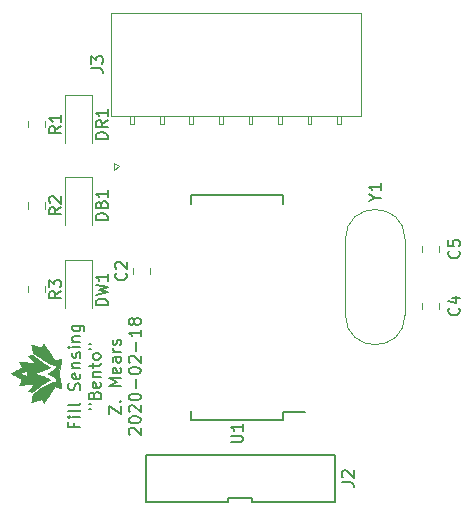
<source format=gbr>
G04 #@! TF.GenerationSoftware,KiCad,Pcbnew,(5.0.1)-3*
G04 #@! TF.CreationDate,2020-02-22T10:46:56-05:00*
G04 #@! TF.ProjectId,fill_sensing,66696C6C5F73656E73696E672E6B6963,rev?*
G04 #@! TF.SameCoordinates,Original*
G04 #@! TF.FileFunction,Legend,Top*
G04 #@! TF.FilePolarity,Positive*
%FSLAX46Y46*%
G04 Gerber Fmt 4.6, Leading zero omitted, Abs format (unit mm)*
G04 Created by KiCad (PCBNEW (5.0.1)-3) date 2020-02-22 10:46:56 AM*
%MOMM*%
%LPD*%
G01*
G04 APERTURE LIST*
%ADD10C,0.177800*%
%ADD11C,0.120000*%
%ADD12C,0.150000*%
%ADD13C,0.010000*%
G04 APERTURE END LIST*
D10*
X106848728Y-99979238D02*
X106848728Y-100317904D01*
X107380919Y-100317904D02*
X106364919Y-100317904D01*
X106364919Y-99834095D01*
X107380919Y-99447047D02*
X106703585Y-99447047D01*
X106364919Y-99447047D02*
X106413300Y-99495428D01*
X106461680Y-99447047D01*
X106413300Y-99398666D01*
X106364919Y-99447047D01*
X106461680Y-99447047D01*
X107380919Y-98818095D02*
X107332538Y-98914857D01*
X107235776Y-98963238D01*
X106364919Y-98963238D01*
X107380919Y-98285904D02*
X107332538Y-98382666D01*
X107235776Y-98431047D01*
X106364919Y-98431047D01*
X107332538Y-97173142D02*
X107380919Y-97028000D01*
X107380919Y-96786095D01*
X107332538Y-96689333D01*
X107284157Y-96640952D01*
X107187395Y-96592571D01*
X107090633Y-96592571D01*
X106993871Y-96640952D01*
X106945490Y-96689333D01*
X106897109Y-96786095D01*
X106848728Y-96979619D01*
X106800347Y-97076380D01*
X106751966Y-97124761D01*
X106655204Y-97173142D01*
X106558442Y-97173142D01*
X106461680Y-97124761D01*
X106413300Y-97076380D01*
X106364919Y-96979619D01*
X106364919Y-96737714D01*
X106413300Y-96592571D01*
X107332538Y-95770095D02*
X107380919Y-95866857D01*
X107380919Y-96060380D01*
X107332538Y-96157142D01*
X107235776Y-96205523D01*
X106848728Y-96205523D01*
X106751966Y-96157142D01*
X106703585Y-96060380D01*
X106703585Y-95866857D01*
X106751966Y-95770095D01*
X106848728Y-95721714D01*
X106945490Y-95721714D01*
X107042252Y-96205523D01*
X106703585Y-95286285D02*
X107380919Y-95286285D01*
X106800347Y-95286285D02*
X106751966Y-95237904D01*
X106703585Y-95141142D01*
X106703585Y-94996000D01*
X106751966Y-94899238D01*
X106848728Y-94850857D01*
X107380919Y-94850857D01*
X107332538Y-94415428D02*
X107380919Y-94318666D01*
X107380919Y-94125142D01*
X107332538Y-94028380D01*
X107235776Y-93980000D01*
X107187395Y-93980000D01*
X107090633Y-94028380D01*
X107042252Y-94125142D01*
X107042252Y-94270285D01*
X106993871Y-94367047D01*
X106897109Y-94415428D01*
X106848728Y-94415428D01*
X106751966Y-94367047D01*
X106703585Y-94270285D01*
X106703585Y-94125142D01*
X106751966Y-94028380D01*
X107380919Y-93544571D02*
X106703585Y-93544571D01*
X106364919Y-93544571D02*
X106413300Y-93592952D01*
X106461680Y-93544571D01*
X106413300Y-93496190D01*
X106364919Y-93544571D01*
X106461680Y-93544571D01*
X106703585Y-93060761D02*
X107380919Y-93060761D01*
X106800347Y-93060761D02*
X106751966Y-93012380D01*
X106703585Y-92915619D01*
X106703585Y-92770476D01*
X106751966Y-92673714D01*
X106848728Y-92625333D01*
X107380919Y-92625333D01*
X106703585Y-91706095D02*
X107526061Y-91706095D01*
X107622823Y-91754476D01*
X107671204Y-91802857D01*
X107719585Y-91899619D01*
X107719585Y-92044761D01*
X107671204Y-92141523D01*
X107332538Y-91706095D02*
X107380919Y-91802857D01*
X107380919Y-91996380D01*
X107332538Y-92093142D01*
X107284157Y-92141523D01*
X107187395Y-92189904D01*
X106897109Y-92189904D01*
X106800347Y-92141523D01*
X106751966Y-92093142D01*
X106703585Y-91996380D01*
X106703585Y-91802857D01*
X106751966Y-91706095D01*
X108066719Y-98745523D02*
X108260242Y-98745523D01*
X108066719Y-98358476D02*
X108260242Y-98358476D01*
X108550528Y-97584380D02*
X108598909Y-97439238D01*
X108647290Y-97390857D01*
X108744052Y-97342476D01*
X108889195Y-97342476D01*
X108985957Y-97390857D01*
X109034338Y-97439238D01*
X109082719Y-97536000D01*
X109082719Y-97923047D01*
X108066719Y-97923047D01*
X108066719Y-97584380D01*
X108115100Y-97487619D01*
X108163480Y-97439238D01*
X108260242Y-97390857D01*
X108357004Y-97390857D01*
X108453766Y-97439238D01*
X108502147Y-97487619D01*
X108550528Y-97584380D01*
X108550528Y-97923047D01*
X109034338Y-96520000D02*
X109082719Y-96616761D01*
X109082719Y-96810285D01*
X109034338Y-96907047D01*
X108937576Y-96955428D01*
X108550528Y-96955428D01*
X108453766Y-96907047D01*
X108405385Y-96810285D01*
X108405385Y-96616761D01*
X108453766Y-96520000D01*
X108550528Y-96471619D01*
X108647290Y-96471619D01*
X108744052Y-96955428D01*
X108405385Y-96036190D02*
X109082719Y-96036190D01*
X108502147Y-96036190D02*
X108453766Y-95987809D01*
X108405385Y-95891047D01*
X108405385Y-95745904D01*
X108453766Y-95649142D01*
X108550528Y-95600761D01*
X109082719Y-95600761D01*
X108405385Y-95262095D02*
X108405385Y-94875047D01*
X108066719Y-95116952D02*
X108937576Y-95116952D01*
X109034338Y-95068571D01*
X109082719Y-94971809D01*
X109082719Y-94875047D01*
X109082719Y-94391238D02*
X109034338Y-94488000D01*
X108985957Y-94536380D01*
X108889195Y-94584761D01*
X108598909Y-94584761D01*
X108502147Y-94536380D01*
X108453766Y-94488000D01*
X108405385Y-94391238D01*
X108405385Y-94246095D01*
X108453766Y-94149333D01*
X108502147Y-94100952D01*
X108598909Y-94052571D01*
X108889195Y-94052571D01*
X108985957Y-94100952D01*
X109034338Y-94149333D01*
X109082719Y-94246095D01*
X109082719Y-94391238D01*
X108066719Y-93665523D02*
X108260242Y-93665523D01*
X108066719Y-93278476D02*
X108260242Y-93278476D01*
X109768519Y-99180952D02*
X109768519Y-98503619D01*
X110784519Y-99180952D01*
X110784519Y-98503619D01*
X110687757Y-98116571D02*
X110736138Y-98068190D01*
X110784519Y-98116571D01*
X110736138Y-98164952D01*
X110687757Y-98116571D01*
X110784519Y-98116571D01*
X110784519Y-96858666D02*
X109768519Y-96858666D01*
X110494233Y-96520000D01*
X109768519Y-96181333D01*
X110784519Y-96181333D01*
X110736138Y-95310476D02*
X110784519Y-95407238D01*
X110784519Y-95600761D01*
X110736138Y-95697523D01*
X110639376Y-95745904D01*
X110252328Y-95745904D01*
X110155566Y-95697523D01*
X110107185Y-95600761D01*
X110107185Y-95407238D01*
X110155566Y-95310476D01*
X110252328Y-95262095D01*
X110349090Y-95262095D01*
X110445852Y-95745904D01*
X110784519Y-94391238D02*
X110252328Y-94391238D01*
X110155566Y-94439619D01*
X110107185Y-94536380D01*
X110107185Y-94729904D01*
X110155566Y-94826666D01*
X110736138Y-94391238D02*
X110784519Y-94488000D01*
X110784519Y-94729904D01*
X110736138Y-94826666D01*
X110639376Y-94875047D01*
X110542614Y-94875047D01*
X110445852Y-94826666D01*
X110397471Y-94729904D01*
X110397471Y-94488000D01*
X110349090Y-94391238D01*
X110784519Y-93907428D02*
X110107185Y-93907428D01*
X110300709Y-93907428D02*
X110203947Y-93859047D01*
X110155566Y-93810666D01*
X110107185Y-93713904D01*
X110107185Y-93617142D01*
X110736138Y-93326857D02*
X110784519Y-93230095D01*
X110784519Y-93036571D01*
X110736138Y-92939809D01*
X110639376Y-92891428D01*
X110590995Y-92891428D01*
X110494233Y-92939809D01*
X110445852Y-93036571D01*
X110445852Y-93181714D01*
X110397471Y-93278476D01*
X110300709Y-93326857D01*
X110252328Y-93326857D01*
X110155566Y-93278476D01*
X110107185Y-93181714D01*
X110107185Y-93036571D01*
X110155566Y-92939809D01*
X111567080Y-100946857D02*
X111518700Y-100898476D01*
X111470319Y-100801714D01*
X111470319Y-100559809D01*
X111518700Y-100463047D01*
X111567080Y-100414666D01*
X111663842Y-100366285D01*
X111760604Y-100366285D01*
X111905747Y-100414666D01*
X112486319Y-100995238D01*
X112486319Y-100366285D01*
X111470319Y-99737333D02*
X111470319Y-99640571D01*
X111518700Y-99543809D01*
X111567080Y-99495428D01*
X111663842Y-99447047D01*
X111857366Y-99398666D01*
X112099271Y-99398666D01*
X112292795Y-99447047D01*
X112389557Y-99495428D01*
X112437938Y-99543809D01*
X112486319Y-99640571D01*
X112486319Y-99737333D01*
X112437938Y-99834095D01*
X112389557Y-99882476D01*
X112292795Y-99930857D01*
X112099271Y-99979238D01*
X111857366Y-99979238D01*
X111663842Y-99930857D01*
X111567080Y-99882476D01*
X111518700Y-99834095D01*
X111470319Y-99737333D01*
X111567080Y-99011619D02*
X111518700Y-98963238D01*
X111470319Y-98866476D01*
X111470319Y-98624571D01*
X111518700Y-98527809D01*
X111567080Y-98479428D01*
X111663842Y-98431047D01*
X111760604Y-98431047D01*
X111905747Y-98479428D01*
X112486319Y-99060000D01*
X112486319Y-98431047D01*
X111470319Y-97802095D02*
X111470319Y-97705333D01*
X111518700Y-97608571D01*
X111567080Y-97560190D01*
X111663842Y-97511809D01*
X111857366Y-97463428D01*
X112099271Y-97463428D01*
X112292795Y-97511809D01*
X112389557Y-97560190D01*
X112437938Y-97608571D01*
X112486319Y-97705333D01*
X112486319Y-97802095D01*
X112437938Y-97898857D01*
X112389557Y-97947238D01*
X112292795Y-97995619D01*
X112099271Y-98044000D01*
X111857366Y-98044000D01*
X111663842Y-97995619D01*
X111567080Y-97947238D01*
X111518700Y-97898857D01*
X111470319Y-97802095D01*
X112099271Y-97028000D02*
X112099271Y-96253904D01*
X111470319Y-95576571D02*
X111470319Y-95479809D01*
X111518700Y-95383047D01*
X111567080Y-95334666D01*
X111663842Y-95286285D01*
X111857366Y-95237904D01*
X112099271Y-95237904D01*
X112292795Y-95286285D01*
X112389557Y-95334666D01*
X112437938Y-95383047D01*
X112486319Y-95479809D01*
X112486319Y-95576571D01*
X112437938Y-95673333D01*
X112389557Y-95721714D01*
X112292795Y-95770095D01*
X112099271Y-95818476D01*
X111857366Y-95818476D01*
X111663842Y-95770095D01*
X111567080Y-95721714D01*
X111518700Y-95673333D01*
X111470319Y-95576571D01*
X111567080Y-94850857D02*
X111518700Y-94802476D01*
X111470319Y-94705714D01*
X111470319Y-94463809D01*
X111518700Y-94367047D01*
X111567080Y-94318666D01*
X111663842Y-94270285D01*
X111760604Y-94270285D01*
X111905747Y-94318666D01*
X112486319Y-94899238D01*
X112486319Y-94270285D01*
X112099271Y-93834857D02*
X112099271Y-93060761D01*
X112486319Y-92044761D02*
X112486319Y-92625333D01*
X112486319Y-92335047D02*
X111470319Y-92335047D01*
X111615461Y-92431809D01*
X111712223Y-92528571D01*
X111760604Y-92625333D01*
X111905747Y-91464190D02*
X111857366Y-91560952D01*
X111808985Y-91609333D01*
X111712223Y-91657714D01*
X111663842Y-91657714D01*
X111567080Y-91609333D01*
X111518700Y-91560952D01*
X111470319Y-91464190D01*
X111470319Y-91270666D01*
X111518700Y-91173904D01*
X111567080Y-91125523D01*
X111663842Y-91077142D01*
X111712223Y-91077142D01*
X111808985Y-91125523D01*
X111857366Y-91173904D01*
X111905747Y-91270666D01*
X111905747Y-91464190D01*
X111954128Y-91560952D01*
X112002509Y-91609333D01*
X112099271Y-91657714D01*
X112292795Y-91657714D01*
X112389557Y-91609333D01*
X112437938Y-91560952D01*
X112486319Y-91464190D01*
X112486319Y-91270666D01*
X112437938Y-91173904D01*
X112389557Y-91125523D01*
X112292795Y-91077142D01*
X112099271Y-91077142D01*
X112002509Y-91125523D01*
X111954128Y-91173904D01*
X111905747Y-91270666D01*
D11*
G04 #@! TO.C,J3*
X109930000Y-73922000D02*
X131090000Y-73922000D01*
X131090000Y-73922000D02*
X131090000Y-65242000D01*
X131090000Y-65242000D02*
X109930000Y-65242000D01*
X109930000Y-65242000D02*
X109930000Y-73922000D01*
X111910000Y-73922000D02*
X111610000Y-73922000D01*
X111610000Y-73922000D02*
X111610000Y-74622000D01*
X111610000Y-74622000D02*
X111910000Y-74622000D01*
X111910000Y-74622000D02*
X111910000Y-73922000D01*
X114410000Y-73922000D02*
X114110000Y-73922000D01*
X114110000Y-73922000D02*
X114110000Y-74622000D01*
X114110000Y-74622000D02*
X114410000Y-74622000D01*
X114410000Y-74622000D02*
X114410000Y-73922000D01*
X116910000Y-73922000D02*
X116610000Y-73922000D01*
X116610000Y-73922000D02*
X116610000Y-74622000D01*
X116610000Y-74622000D02*
X116910000Y-74622000D01*
X116910000Y-74622000D02*
X116910000Y-73922000D01*
X119410000Y-73922000D02*
X119110000Y-73922000D01*
X119110000Y-73922000D02*
X119110000Y-74622000D01*
X119110000Y-74622000D02*
X119410000Y-74622000D01*
X119410000Y-74622000D02*
X119410000Y-73922000D01*
X121910000Y-73922000D02*
X121610000Y-73922000D01*
X121610000Y-73922000D02*
X121610000Y-74622000D01*
X121610000Y-74622000D02*
X121910000Y-74622000D01*
X121910000Y-74622000D02*
X121910000Y-73922000D01*
X124410000Y-73922000D02*
X124110000Y-73922000D01*
X124110000Y-73922000D02*
X124110000Y-74622000D01*
X124110000Y-74622000D02*
X124410000Y-74622000D01*
X124410000Y-74622000D02*
X124410000Y-73922000D01*
X126910000Y-73922000D02*
X126610000Y-73922000D01*
X126610000Y-73922000D02*
X126610000Y-74622000D01*
X126610000Y-74622000D02*
X126910000Y-74622000D01*
X126910000Y-74622000D02*
X126910000Y-73922000D01*
X129410000Y-73922000D02*
X129110000Y-73922000D01*
X129110000Y-73922000D02*
X129110000Y-74622000D01*
X129110000Y-74622000D02*
X129410000Y-74622000D01*
X129410000Y-74622000D02*
X129410000Y-73922000D01*
X110650000Y-78232000D02*
X110225736Y-77932000D01*
X110225736Y-77932000D02*
X110225736Y-78532000D01*
X110225736Y-78532000D02*
X110650000Y-78232000D01*
D12*
G04 #@! TO.C,U1*
X124525000Y-99695000D02*
X124525000Y-99045000D01*
X116775000Y-99695000D02*
X116775000Y-98950000D01*
X116775000Y-80645000D02*
X116775000Y-81390000D01*
X124525000Y-80645000D02*
X124525000Y-81390000D01*
X124525000Y-99695000D02*
X116775000Y-99695000D01*
X124525000Y-80645000D02*
X116775000Y-80645000D01*
X124525000Y-99045000D02*
X126350000Y-99045000D01*
D11*
G04 #@! TO.C,C2*
X111812000Y-87374252D02*
X111812000Y-86851748D01*
X113232000Y-87374252D02*
X113232000Y-86851748D01*
G04 #@! TO.C,DB1*
X106053000Y-79110500D02*
X106053000Y-83170500D01*
X108323000Y-79110500D02*
X106053000Y-79110500D01*
X108323000Y-83170500D02*
X108323000Y-79110500D01*
G04 #@! TO.C,DR1*
X108323000Y-76276000D02*
X108323000Y-72216000D01*
X108323000Y-72216000D02*
X106053000Y-72216000D01*
X106053000Y-72216000D02*
X106053000Y-76276000D01*
G04 #@! TO.C,DW1*
X108323000Y-90246000D02*
X108323000Y-86186000D01*
X108323000Y-86186000D02*
X106053000Y-86186000D01*
X106053000Y-86186000D02*
X106053000Y-90246000D01*
G04 #@! TO.C,R1*
X102922000Y-74405748D02*
X102922000Y-74928252D01*
X104342000Y-74405748D02*
X104342000Y-74928252D01*
G04 #@! TO.C,R2*
X104342000Y-81281748D02*
X104342000Y-81804252D01*
X102922000Y-81281748D02*
X102922000Y-81804252D01*
G04 #@! TO.C,R3*
X102922000Y-88375748D02*
X102922000Y-88898252D01*
X104342000Y-88375748D02*
X104342000Y-88898252D01*
D12*
G04 #@! TO.C,J2*
X112904000Y-106632000D02*
X119904000Y-106632000D01*
X119904000Y-106632000D02*
X119904000Y-106332000D01*
X119904000Y-106332000D02*
X121904000Y-106332000D01*
X121904000Y-106332000D02*
X121904000Y-106632000D01*
X121904000Y-106632000D02*
X128904000Y-106632000D01*
X128904000Y-106632000D02*
X128904000Y-102632000D01*
X128904000Y-102632000D02*
X112904000Y-102632000D01*
X112904000Y-102632000D02*
X112904000Y-106632000D01*
D11*
G04 #@! TO.C,C4*
X136323000Y-89790748D02*
X136323000Y-90313252D01*
X137743000Y-89790748D02*
X137743000Y-90313252D01*
G04 #@! TO.C,C5*
X136323000Y-85469252D02*
X136323000Y-84946748D01*
X137743000Y-85469252D02*
X137743000Y-84946748D01*
G04 #@! TO.C,Y1*
X129809000Y-90803000D02*
X129809000Y-84403000D01*
X134859000Y-90803000D02*
X134859000Y-84403000D01*
X134859000Y-90803000D02*
G75*
G02X129809000Y-90803000I-2525000J0D01*
G01*
X134859000Y-84403000D02*
G75*
G03X129809000Y-84403000I-2525000J0D01*
G01*
D13*
G04 #@! TO.C,G\002A\002A\002A*
G36*
X101529905Y-95750086D02*
X101547069Y-95739484D01*
X101574494Y-95723267D01*
X101611215Y-95701983D01*
X101656269Y-95676183D01*
X101708690Y-95646417D01*
X101767515Y-95613235D01*
X101831778Y-95577187D01*
X101900517Y-95538824D01*
X101960394Y-95505553D01*
X102032367Y-95465631D01*
X102100895Y-95427602D01*
X102164988Y-95392017D01*
X102223656Y-95359426D01*
X102275908Y-95330381D01*
X102320755Y-95305431D01*
X102357205Y-95285127D01*
X102384270Y-95270020D01*
X102400958Y-95260661D01*
X102406197Y-95257666D01*
X102407601Y-95253443D01*
X102405950Y-95243590D01*
X102400851Y-95227087D01*
X102391909Y-95202910D01*
X102378728Y-95170038D01*
X102360916Y-95127449D01*
X102338076Y-95074120D01*
X102313385Y-95017217D01*
X102290260Y-94963771D01*
X102269198Y-94914367D01*
X102250790Y-94870445D01*
X102235625Y-94833443D01*
X102224293Y-94804801D01*
X102217382Y-94785957D01*
X102215482Y-94778349D01*
X102215517Y-94778300D01*
X102222923Y-94778320D01*
X102243208Y-94779605D01*
X102275399Y-94782070D01*
X102318522Y-94785629D01*
X102371605Y-94790195D01*
X102433673Y-94795682D01*
X102503755Y-94802005D01*
X102580876Y-94809076D01*
X102664064Y-94816810D01*
X102752345Y-94825120D01*
X102844747Y-94833920D01*
X102860113Y-94835394D01*
X102953058Y-94844279D01*
X103042014Y-94852718D01*
X103126010Y-94860621D01*
X103204077Y-94867901D01*
X103275244Y-94874468D01*
X103338541Y-94880236D01*
X103392998Y-94885115D01*
X103437643Y-94889017D01*
X103471507Y-94891854D01*
X103493619Y-94893538D01*
X103503010Y-94893980D01*
X103503269Y-94893927D01*
X103499311Y-94888348D01*
X103486887Y-94873312D01*
X103466803Y-94849743D01*
X103439863Y-94818566D01*
X103406873Y-94780704D01*
X103368636Y-94737082D01*
X103325959Y-94688624D01*
X103279646Y-94636255D01*
X103238540Y-94589939D01*
X103189694Y-94534892D01*
X103143723Y-94482900D01*
X103101445Y-94434900D01*
X103063676Y-94391826D01*
X103031233Y-94354615D01*
X103004931Y-94324203D01*
X102985587Y-94301525D01*
X102974018Y-94287518D01*
X102970905Y-94283147D01*
X102972463Y-94281022D01*
X102977908Y-94277758D01*
X102988398Y-94272901D01*
X103005089Y-94265999D01*
X103029138Y-94256599D01*
X103061702Y-94244249D01*
X103103939Y-94228497D01*
X103157004Y-94208889D01*
X103218583Y-94186247D01*
X103274892Y-94165573D01*
X103343302Y-94224874D01*
X103433806Y-94301384D01*
X103532895Y-94381633D01*
X103638960Y-94464496D01*
X103750391Y-94548847D01*
X103865578Y-94633560D01*
X103982911Y-94717510D01*
X104100779Y-94799571D01*
X104217573Y-94878618D01*
X104331683Y-94953524D01*
X104441499Y-95023164D01*
X104545410Y-95086413D01*
X104641807Y-95142144D01*
X104703437Y-95175808D01*
X104774623Y-95213599D01*
X104741258Y-95236555D01*
X104672895Y-95280316D01*
X104593222Y-95325661D01*
X104504587Y-95371500D01*
X104409337Y-95416743D01*
X104309821Y-95460298D01*
X104208387Y-95501075D01*
X104107383Y-95537984D01*
X104053014Y-95556192D01*
X103945980Y-95589025D01*
X103828397Y-95621889D01*
X103703606Y-95653955D01*
X103574948Y-95684395D01*
X103445766Y-95712381D01*
X103335197Y-95734154D01*
X103229764Y-95753871D01*
X103408266Y-95789696D01*
X103594152Y-95829287D01*
X103767290Y-95870993D01*
X103928738Y-95915190D01*
X104079556Y-95962253D01*
X104220803Y-96012557D01*
X104353539Y-96066478D01*
X104478822Y-96124391D01*
X104597714Y-96186670D01*
X104701689Y-96247731D01*
X104728104Y-96264356D01*
X104749856Y-96278568D01*
X104764356Y-96288643D01*
X104768989Y-96292554D01*
X104764639Y-96297719D01*
X104750340Y-96307334D01*
X104728659Y-96319763D01*
X104714849Y-96327037D01*
X104639484Y-96367485D01*
X104555061Y-96416109D01*
X104462995Y-96471921D01*
X104364702Y-96533934D01*
X104261597Y-96601159D01*
X104155097Y-96672609D01*
X104046616Y-96747296D01*
X103937572Y-96824231D01*
X103829379Y-96902426D01*
X103723454Y-96980894D01*
X103621213Y-97058647D01*
X103524070Y-97134696D01*
X103433442Y-97208053D01*
X103350745Y-97277731D01*
X103343302Y-97284167D01*
X103274892Y-97343467D01*
X103218583Y-97322794D01*
X103154136Y-97299096D01*
X103101618Y-97279684D01*
X103059874Y-97264108D01*
X103027748Y-97251915D01*
X103004082Y-97242653D01*
X102987722Y-97235870D01*
X102977510Y-97231114D01*
X102972291Y-97227933D01*
X102970905Y-97225968D01*
X102975401Y-97219878D01*
X102988345Y-97204336D01*
X103008921Y-97180280D01*
X103036313Y-97148645D01*
X103069706Y-97110366D01*
X103108283Y-97066380D01*
X103151228Y-97017622D01*
X103197726Y-96965029D01*
X103238462Y-96919099D01*
X103287191Y-96864136D01*
X103332962Y-96812313D01*
X103374973Y-96764554D01*
X103412418Y-96721782D01*
X103444492Y-96684922D01*
X103470390Y-96654898D01*
X103489309Y-96632634D01*
X103500444Y-96619055D01*
X103503192Y-96615036D01*
X103496009Y-96615275D01*
X103475944Y-96616770D01*
X103443966Y-96619433D01*
X103401047Y-96623175D01*
X103348155Y-96627907D01*
X103286261Y-96633541D01*
X103216336Y-96639989D01*
X103139350Y-96647162D01*
X103056272Y-96654973D01*
X102968073Y-96663331D01*
X102956759Y-96664411D01*
X102956759Y-96007380D01*
X102957501Y-96004837D01*
X102949970Y-95994612D01*
X102935764Y-95978832D01*
X102933806Y-95976790D01*
X102913313Y-95952172D01*
X102892308Y-95921582D01*
X102876429Y-95893698D01*
X102852844Y-95831588D01*
X102842774Y-95768539D01*
X102846010Y-95705927D01*
X102862343Y-95645128D01*
X102891563Y-95587519D01*
X102930553Y-95537548D01*
X102946419Y-95519738D01*
X102956124Y-95507096D01*
X102958124Y-95501708D01*
X102956987Y-95501819D01*
X102948617Y-95504503D01*
X102928151Y-95510953D01*
X102896781Y-95520796D01*
X102855698Y-95533659D01*
X102806096Y-95549170D01*
X102749164Y-95566956D01*
X102686097Y-95586643D01*
X102618085Y-95607860D01*
X102549891Y-95629120D01*
X102478600Y-95651353D01*
X102411371Y-95672342D01*
X102349361Y-95691727D01*
X102293728Y-95709143D01*
X102245628Y-95724229D01*
X102206219Y-95736620D01*
X102176658Y-95745954D01*
X102158103Y-95751869D01*
X102151712Y-95753996D01*
X102157888Y-95756230D01*
X102176210Y-95762235D01*
X102205536Y-95771648D01*
X102244722Y-95784109D01*
X102292624Y-95799255D01*
X102348100Y-95816726D01*
X102410005Y-95836159D01*
X102477196Y-95857193D01*
X102548370Y-95879417D01*
X102620109Y-95901799D01*
X102688032Y-95923009D01*
X102750951Y-95942676D01*
X102807677Y-95960427D01*
X102857021Y-95975888D01*
X102897795Y-95988689D01*
X102928811Y-95998456D01*
X102948879Y-96004817D01*
X102956759Y-96007380D01*
X102956759Y-96664411D01*
X102875724Y-96672150D01*
X102860113Y-96673647D01*
X102767131Y-96682518D01*
X102678110Y-96690912D01*
X102594023Y-96698743D01*
X102515843Y-96705924D01*
X102444543Y-96712369D01*
X102381098Y-96717992D01*
X102326479Y-96722707D01*
X102281661Y-96726428D01*
X102247617Y-96729069D01*
X102225320Y-96730543D01*
X102215742Y-96730765D01*
X102215454Y-96730677D01*
X102217128Y-96723514D01*
X102223832Y-96705062D01*
X102234974Y-96676764D01*
X102249966Y-96640062D01*
X102268218Y-96596401D01*
X102289139Y-96547225D01*
X102312139Y-96493976D01*
X102312618Y-96492875D01*
X102335770Y-96439614D01*
X102357069Y-96390494D01*
X102375899Y-96346947D01*
X102391642Y-96310404D01*
X102403683Y-96282295D01*
X102411405Y-96264051D01*
X102414191Y-96257105D01*
X102414192Y-96257091D01*
X102408261Y-96253415D01*
X102391103Y-96243540D01*
X102363672Y-96227998D01*
X102326922Y-96207323D01*
X102281806Y-96182048D01*
X102229279Y-96152707D01*
X102170293Y-96119833D01*
X102105804Y-96083960D01*
X102036763Y-96045622D01*
X101969066Y-96008089D01*
X101896606Y-95967851D01*
X101827811Y-95929468D01*
X101763636Y-95893484D01*
X101705036Y-95860442D01*
X101652967Y-95830887D01*
X101608382Y-95805362D01*
X101572238Y-95784413D01*
X101545489Y-95768582D01*
X101529091Y-95758415D01*
X101523967Y-95754520D01*
X101529905Y-95750086D01*
X101529905Y-95750086D01*
G37*
X101529905Y-95750086D02*
X101547069Y-95739484D01*
X101574494Y-95723267D01*
X101611215Y-95701983D01*
X101656269Y-95676183D01*
X101708690Y-95646417D01*
X101767515Y-95613235D01*
X101831778Y-95577187D01*
X101900517Y-95538824D01*
X101960394Y-95505553D01*
X102032367Y-95465631D01*
X102100895Y-95427602D01*
X102164988Y-95392017D01*
X102223656Y-95359426D01*
X102275908Y-95330381D01*
X102320755Y-95305431D01*
X102357205Y-95285127D01*
X102384270Y-95270020D01*
X102400958Y-95260661D01*
X102406197Y-95257666D01*
X102407601Y-95253443D01*
X102405950Y-95243590D01*
X102400851Y-95227087D01*
X102391909Y-95202910D01*
X102378728Y-95170038D01*
X102360916Y-95127449D01*
X102338076Y-95074120D01*
X102313385Y-95017217D01*
X102290260Y-94963771D01*
X102269198Y-94914367D01*
X102250790Y-94870445D01*
X102235625Y-94833443D01*
X102224293Y-94804801D01*
X102217382Y-94785957D01*
X102215482Y-94778349D01*
X102215517Y-94778300D01*
X102222923Y-94778320D01*
X102243208Y-94779605D01*
X102275399Y-94782070D01*
X102318522Y-94785629D01*
X102371605Y-94790195D01*
X102433673Y-94795682D01*
X102503755Y-94802005D01*
X102580876Y-94809076D01*
X102664064Y-94816810D01*
X102752345Y-94825120D01*
X102844747Y-94833920D01*
X102860113Y-94835394D01*
X102953058Y-94844279D01*
X103042014Y-94852718D01*
X103126010Y-94860621D01*
X103204077Y-94867901D01*
X103275244Y-94874468D01*
X103338541Y-94880236D01*
X103392998Y-94885115D01*
X103437643Y-94889017D01*
X103471507Y-94891854D01*
X103493619Y-94893538D01*
X103503010Y-94893980D01*
X103503269Y-94893927D01*
X103499311Y-94888348D01*
X103486887Y-94873312D01*
X103466803Y-94849743D01*
X103439863Y-94818566D01*
X103406873Y-94780704D01*
X103368636Y-94737082D01*
X103325959Y-94688624D01*
X103279646Y-94636255D01*
X103238540Y-94589939D01*
X103189694Y-94534892D01*
X103143723Y-94482900D01*
X103101445Y-94434900D01*
X103063676Y-94391826D01*
X103031233Y-94354615D01*
X103004931Y-94324203D01*
X102985587Y-94301525D01*
X102974018Y-94287518D01*
X102970905Y-94283147D01*
X102972463Y-94281022D01*
X102977908Y-94277758D01*
X102988398Y-94272901D01*
X103005089Y-94265999D01*
X103029138Y-94256599D01*
X103061702Y-94244249D01*
X103103939Y-94228497D01*
X103157004Y-94208889D01*
X103218583Y-94186247D01*
X103274892Y-94165573D01*
X103343302Y-94224874D01*
X103433806Y-94301384D01*
X103532895Y-94381633D01*
X103638960Y-94464496D01*
X103750391Y-94548847D01*
X103865578Y-94633560D01*
X103982911Y-94717510D01*
X104100779Y-94799571D01*
X104217573Y-94878618D01*
X104331683Y-94953524D01*
X104441499Y-95023164D01*
X104545410Y-95086413D01*
X104641807Y-95142144D01*
X104703437Y-95175808D01*
X104774623Y-95213599D01*
X104741258Y-95236555D01*
X104672895Y-95280316D01*
X104593222Y-95325661D01*
X104504587Y-95371500D01*
X104409337Y-95416743D01*
X104309821Y-95460298D01*
X104208387Y-95501075D01*
X104107383Y-95537984D01*
X104053014Y-95556192D01*
X103945980Y-95589025D01*
X103828397Y-95621889D01*
X103703606Y-95653955D01*
X103574948Y-95684395D01*
X103445766Y-95712381D01*
X103335197Y-95734154D01*
X103229764Y-95753871D01*
X103408266Y-95789696D01*
X103594152Y-95829287D01*
X103767290Y-95870993D01*
X103928738Y-95915190D01*
X104079556Y-95962253D01*
X104220803Y-96012557D01*
X104353539Y-96066478D01*
X104478822Y-96124391D01*
X104597714Y-96186670D01*
X104701689Y-96247731D01*
X104728104Y-96264356D01*
X104749856Y-96278568D01*
X104764356Y-96288643D01*
X104768989Y-96292554D01*
X104764639Y-96297719D01*
X104750340Y-96307334D01*
X104728659Y-96319763D01*
X104714849Y-96327037D01*
X104639484Y-96367485D01*
X104555061Y-96416109D01*
X104462995Y-96471921D01*
X104364702Y-96533934D01*
X104261597Y-96601159D01*
X104155097Y-96672609D01*
X104046616Y-96747296D01*
X103937572Y-96824231D01*
X103829379Y-96902426D01*
X103723454Y-96980894D01*
X103621213Y-97058647D01*
X103524070Y-97134696D01*
X103433442Y-97208053D01*
X103350745Y-97277731D01*
X103343302Y-97284167D01*
X103274892Y-97343467D01*
X103218583Y-97322794D01*
X103154136Y-97299096D01*
X103101618Y-97279684D01*
X103059874Y-97264108D01*
X103027748Y-97251915D01*
X103004082Y-97242653D01*
X102987722Y-97235870D01*
X102977510Y-97231114D01*
X102972291Y-97227933D01*
X102970905Y-97225968D01*
X102975401Y-97219878D01*
X102988345Y-97204336D01*
X103008921Y-97180280D01*
X103036313Y-97148645D01*
X103069706Y-97110366D01*
X103108283Y-97066380D01*
X103151228Y-97017622D01*
X103197726Y-96965029D01*
X103238462Y-96919099D01*
X103287191Y-96864136D01*
X103332962Y-96812313D01*
X103374973Y-96764554D01*
X103412418Y-96721782D01*
X103444492Y-96684922D01*
X103470390Y-96654898D01*
X103489309Y-96632634D01*
X103500444Y-96619055D01*
X103503192Y-96615036D01*
X103496009Y-96615275D01*
X103475944Y-96616770D01*
X103443966Y-96619433D01*
X103401047Y-96623175D01*
X103348155Y-96627907D01*
X103286261Y-96633541D01*
X103216336Y-96639989D01*
X103139350Y-96647162D01*
X103056272Y-96654973D01*
X102968073Y-96663331D01*
X102956759Y-96664411D01*
X102956759Y-96007380D01*
X102957501Y-96004837D01*
X102949970Y-95994612D01*
X102935764Y-95978832D01*
X102933806Y-95976790D01*
X102913313Y-95952172D01*
X102892308Y-95921582D01*
X102876429Y-95893698D01*
X102852844Y-95831588D01*
X102842774Y-95768539D01*
X102846010Y-95705927D01*
X102862343Y-95645128D01*
X102891563Y-95587519D01*
X102930553Y-95537548D01*
X102946419Y-95519738D01*
X102956124Y-95507096D01*
X102958124Y-95501708D01*
X102956987Y-95501819D01*
X102948617Y-95504503D01*
X102928151Y-95510953D01*
X102896781Y-95520796D01*
X102855698Y-95533659D01*
X102806096Y-95549170D01*
X102749164Y-95566956D01*
X102686097Y-95586643D01*
X102618085Y-95607860D01*
X102549891Y-95629120D01*
X102478600Y-95651353D01*
X102411371Y-95672342D01*
X102349361Y-95691727D01*
X102293728Y-95709143D01*
X102245628Y-95724229D01*
X102206219Y-95736620D01*
X102176658Y-95745954D01*
X102158103Y-95751869D01*
X102151712Y-95753996D01*
X102157888Y-95756230D01*
X102176210Y-95762235D01*
X102205536Y-95771648D01*
X102244722Y-95784109D01*
X102292624Y-95799255D01*
X102348100Y-95816726D01*
X102410005Y-95836159D01*
X102477196Y-95857193D01*
X102548370Y-95879417D01*
X102620109Y-95901799D01*
X102688032Y-95923009D01*
X102750951Y-95942676D01*
X102807677Y-95960427D01*
X102857021Y-95975888D01*
X102897795Y-95988689D01*
X102928811Y-95998456D01*
X102948879Y-96004817D01*
X102956759Y-96007380D01*
X102956759Y-96664411D01*
X102875724Y-96672150D01*
X102860113Y-96673647D01*
X102767131Y-96682518D01*
X102678110Y-96690912D01*
X102594023Y-96698743D01*
X102515843Y-96705924D01*
X102444543Y-96712369D01*
X102381098Y-96717992D01*
X102326479Y-96722707D01*
X102281661Y-96726428D01*
X102247617Y-96729069D01*
X102225320Y-96730543D01*
X102215742Y-96730765D01*
X102215454Y-96730677D01*
X102217128Y-96723514D01*
X102223832Y-96705062D01*
X102234974Y-96676764D01*
X102249966Y-96640062D01*
X102268218Y-96596401D01*
X102289139Y-96547225D01*
X102312139Y-96493976D01*
X102312618Y-96492875D01*
X102335770Y-96439614D01*
X102357069Y-96390494D01*
X102375899Y-96346947D01*
X102391642Y-96310404D01*
X102403683Y-96282295D01*
X102411405Y-96264051D01*
X102414191Y-96257105D01*
X102414192Y-96257091D01*
X102408261Y-96253415D01*
X102391103Y-96243540D01*
X102363672Y-96227998D01*
X102326922Y-96207323D01*
X102281806Y-96182048D01*
X102229279Y-96152707D01*
X102170293Y-96119833D01*
X102105804Y-96083960D01*
X102036763Y-96045622D01*
X101969066Y-96008089D01*
X101896606Y-95967851D01*
X101827811Y-95929468D01*
X101763636Y-95893484D01*
X101705036Y-95860442D01*
X101652967Y-95830887D01*
X101608382Y-95805362D01*
X101572238Y-95784413D01*
X101545489Y-95768582D01*
X101529091Y-95758415D01*
X101523967Y-95754520D01*
X101529905Y-95750086D01*
G36*
X103225970Y-98157303D02*
X103229400Y-98137967D01*
X103235030Y-98107648D01*
X103242605Y-98067681D01*
X103251871Y-98019401D01*
X103262572Y-97964141D01*
X103274455Y-97903238D01*
X103287263Y-97838024D01*
X103287484Y-97836906D01*
X103303474Y-97756323D01*
X103317182Y-97688525D01*
X103328815Y-97632604D01*
X103338580Y-97587652D01*
X103346683Y-97552761D01*
X103353330Y-97527022D01*
X103358729Y-97509526D01*
X103363085Y-97499367D01*
X103364804Y-97496898D01*
X103378227Y-97484426D01*
X103401656Y-97465274D01*
X103433566Y-97440553D01*
X103472433Y-97411376D01*
X103516732Y-97378856D01*
X103564937Y-97344104D01*
X103615524Y-97308233D01*
X103666969Y-97272356D01*
X103717745Y-97237585D01*
X103750234Y-97215727D01*
X103909334Y-97112458D01*
X104073776Y-97011281D01*
X104241429Y-96913346D01*
X104410163Y-96819801D01*
X104577847Y-96731798D01*
X104742352Y-96650487D01*
X104901546Y-96577016D01*
X105051617Y-96513218D01*
X105092630Y-96497134D01*
X105139438Y-96479650D01*
X105189618Y-96461589D01*
X105240749Y-96443770D01*
X105290409Y-96427013D01*
X105336176Y-96412140D01*
X105375629Y-96399970D01*
X105406346Y-96391324D01*
X105422372Y-96387611D01*
X105439015Y-96383353D01*
X105447845Y-96378880D01*
X105448274Y-96377923D01*
X105443234Y-96371246D01*
X105429142Y-96356928D01*
X105407541Y-96336354D01*
X105379973Y-96310912D01*
X105347981Y-96281984D01*
X105313108Y-96250958D01*
X105276897Y-96219218D01*
X105240889Y-96188149D01*
X105206628Y-96159136D01*
X105181040Y-96137951D01*
X105099140Y-96073069D01*
X105018123Y-96013320D01*
X104934812Y-95956583D01*
X104846035Y-95900732D01*
X104748615Y-95843646D01*
X104701471Y-95817188D01*
X104666757Y-95797487D01*
X104637166Y-95779834D01*
X104614505Y-95765380D01*
X104600579Y-95755272D01*
X104597088Y-95750741D01*
X104605146Y-95745474D01*
X104622848Y-95735157D01*
X104647556Y-95721295D01*
X104675836Y-95705822D01*
X104811716Y-95628911D01*
X104936810Y-95550753D01*
X105054225Y-95469290D01*
X105167070Y-95382463D01*
X105180357Y-95371663D01*
X105212211Y-95345219D01*
X105247040Y-95315616D01*
X105283306Y-95284233D01*
X105319468Y-95252455D01*
X105353989Y-95221661D01*
X105385329Y-95193234D01*
X105411948Y-95168555D01*
X105432309Y-95149008D01*
X105444872Y-95135972D01*
X105448274Y-95131117D01*
X105442181Y-95126871D01*
X105427069Y-95122390D01*
X105422372Y-95121429D01*
X105399926Y-95116014D01*
X105366900Y-95106451D01*
X105325717Y-95093560D01*
X105278799Y-95078162D01*
X105228567Y-95061076D01*
X105177443Y-95043124D01*
X105127849Y-95025127D01*
X105082206Y-95007903D01*
X105051617Y-94995822D01*
X104902701Y-94932508D01*
X104746261Y-94860341D01*
X104584442Y-94780482D01*
X104419390Y-94694088D01*
X104253251Y-94602317D01*
X104088171Y-94506328D01*
X103926296Y-94407278D01*
X103769772Y-94306325D01*
X103751251Y-94294005D01*
X103701822Y-94260622D01*
X103650694Y-94225389D01*
X103599389Y-94189415D01*
X103549430Y-94153812D01*
X103502339Y-94119688D01*
X103459639Y-94088155D01*
X103422854Y-94060322D01*
X103393504Y-94037300D01*
X103373114Y-94020198D01*
X103365079Y-94012447D01*
X103361111Y-94005094D01*
X103356066Y-93990209D01*
X103349752Y-93966943D01*
X103341977Y-93934448D01*
X103332547Y-93891876D01*
X103321271Y-93838376D01*
X103307955Y-93773102D01*
X103292407Y-93695205D01*
X103287908Y-93672439D01*
X103275064Y-93607134D01*
X103263137Y-93546116D01*
X103252382Y-93490719D01*
X103243055Y-93442276D01*
X103235412Y-93402122D01*
X103229708Y-93371591D01*
X103226198Y-93352015D01*
X103225137Y-93344729D01*
X103225143Y-93344718D01*
X103231843Y-93346129D01*
X103250646Y-93350643D01*
X103280171Y-93357908D01*
X103319039Y-93367576D01*
X103365869Y-93379296D01*
X103419282Y-93392718D01*
X103477897Y-93407491D01*
X103540334Y-93423267D01*
X103605214Y-93439693D01*
X103671155Y-93456421D01*
X103736779Y-93473101D01*
X103800704Y-93489381D01*
X103861551Y-93504913D01*
X103917940Y-93519345D01*
X103968491Y-93532328D01*
X104011823Y-93543512D01*
X104046557Y-93552546D01*
X104071312Y-93559080D01*
X104084708Y-93562765D01*
X104085241Y-93562924D01*
X104090541Y-93561235D01*
X104098598Y-93552932D01*
X104110116Y-93536941D01*
X104125804Y-93512185D01*
X104146366Y-93477587D01*
X104172511Y-93432071D01*
X104181317Y-93416535D01*
X104204840Y-93375305D01*
X104226285Y-93338416D01*
X104244666Y-93307506D01*
X104258997Y-93284214D01*
X104268294Y-93270179D01*
X104271400Y-93266712D01*
X104275811Y-93272425D01*
X104287347Y-93289091D01*
X104305538Y-93315997D01*
X104329913Y-93352433D01*
X104360004Y-93397688D01*
X104395340Y-93451050D01*
X104435452Y-93511808D01*
X104479870Y-93579251D01*
X104528125Y-93652668D01*
X104579746Y-93731347D01*
X104634264Y-93814577D01*
X104691210Y-93901648D01*
X104735515Y-93969481D01*
X104794002Y-94058991D01*
X104850441Y-94145200D01*
X104904360Y-94227395D01*
X104955288Y-94304864D01*
X105002752Y-94376897D01*
X105046282Y-94442782D01*
X105085407Y-94501806D01*
X105119654Y-94553259D01*
X105148551Y-94596428D01*
X105171629Y-94630602D01*
X105188414Y-94655070D01*
X105198436Y-94669119D01*
X105201233Y-94672391D01*
X105209185Y-94670383D01*
X105228948Y-94664595D01*
X105259073Y-94655473D01*
X105298109Y-94643463D01*
X105344609Y-94629013D01*
X105397123Y-94612570D01*
X105454200Y-94594579D01*
X105474667Y-94588101D01*
X105532842Y-94569813D01*
X105586858Y-94553109D01*
X105635284Y-94538412D01*
X105676691Y-94526142D01*
X105709649Y-94516721D01*
X105732726Y-94510572D01*
X105744494Y-94508115D01*
X105745681Y-94508210D01*
X105745537Y-94515634D01*
X105743817Y-94535889D01*
X105740631Y-94567988D01*
X105736090Y-94610948D01*
X105730305Y-94663783D01*
X105723385Y-94725509D01*
X105715441Y-94795139D01*
X105706584Y-94871691D01*
X105696924Y-94954177D01*
X105686571Y-95041614D01*
X105675637Y-95133017D01*
X105675562Y-95133635D01*
X105600904Y-95754520D01*
X105674206Y-96362682D01*
X105685127Y-96453479D01*
X105695557Y-96540541D01*
X105705374Y-96622846D01*
X105714460Y-96699372D01*
X105722694Y-96769098D01*
X105729956Y-96831003D01*
X105736126Y-96884065D01*
X105741085Y-96927262D01*
X105744712Y-96959573D01*
X105746888Y-96979976D01*
X105747507Y-96987244D01*
X105745419Y-96999843D01*
X105741732Y-97003644D01*
X105734038Y-97001606D01*
X105714534Y-96995792D01*
X105684669Y-96986652D01*
X105645894Y-96974636D01*
X105599658Y-96960194D01*
X105547412Y-96943777D01*
X105490605Y-96925833D01*
X105472631Y-96920137D01*
X105414644Y-96901807D01*
X105360704Y-96884871D01*
X105312273Y-96869779D01*
X105270814Y-96856982D01*
X105237788Y-96846930D01*
X105214658Y-96840074D01*
X105202887Y-96836865D01*
X105201790Y-96836680D01*
X105197101Y-96842401D01*
X105185295Y-96859077D01*
X105166844Y-96885996D01*
X105142220Y-96922447D01*
X105111894Y-96967717D01*
X105076340Y-97021097D01*
X105036028Y-97081873D01*
X104991433Y-97149335D01*
X104943025Y-97222771D01*
X104891276Y-97301470D01*
X104836660Y-97384719D01*
X104779648Y-97471808D01*
X104735395Y-97539529D01*
X104676918Y-97629025D01*
X104620516Y-97715219D01*
X104566658Y-97797398D01*
X104515814Y-97874852D01*
X104468454Y-97946870D01*
X104425047Y-98012741D01*
X104386064Y-98071754D01*
X104351972Y-98123197D01*
X104323244Y-98166359D01*
X104300346Y-98200529D01*
X104283751Y-98224997D01*
X104273926Y-98239050D01*
X104271280Y-98242328D01*
X104266556Y-98236524D01*
X104256037Y-98220203D01*
X104240707Y-98195005D01*
X104221550Y-98162568D01*
X104199549Y-98124532D01*
X104181317Y-98092506D01*
X104153406Y-98043592D01*
X104131284Y-98005911D01*
X104114243Y-97978387D01*
X104101578Y-97959943D01*
X104092582Y-97949503D01*
X104086548Y-97945990D01*
X104085241Y-97946116D01*
X104072724Y-97949584D01*
X104048746Y-97955926D01*
X104014687Y-97964793D01*
X103971928Y-97975835D01*
X103921849Y-97988701D01*
X103865829Y-98003041D01*
X103805250Y-98018505D01*
X103741492Y-98034744D01*
X103675934Y-98051407D01*
X103609957Y-98068143D01*
X103544941Y-98084604D01*
X103482267Y-98100438D01*
X103423314Y-98115295D01*
X103369463Y-98128827D01*
X103322094Y-98140681D01*
X103282588Y-98150509D01*
X103252324Y-98157960D01*
X103232682Y-98162685D01*
X103225044Y-98164332D01*
X103224994Y-98164323D01*
X103225970Y-98157303D01*
X103225970Y-98157303D01*
G37*
X103225970Y-98157303D02*
X103229400Y-98137967D01*
X103235030Y-98107648D01*
X103242605Y-98067681D01*
X103251871Y-98019401D01*
X103262572Y-97964141D01*
X103274455Y-97903238D01*
X103287263Y-97838024D01*
X103287484Y-97836906D01*
X103303474Y-97756323D01*
X103317182Y-97688525D01*
X103328815Y-97632604D01*
X103338580Y-97587652D01*
X103346683Y-97552761D01*
X103353330Y-97527022D01*
X103358729Y-97509526D01*
X103363085Y-97499367D01*
X103364804Y-97496898D01*
X103378227Y-97484426D01*
X103401656Y-97465274D01*
X103433566Y-97440553D01*
X103472433Y-97411376D01*
X103516732Y-97378856D01*
X103564937Y-97344104D01*
X103615524Y-97308233D01*
X103666969Y-97272356D01*
X103717745Y-97237585D01*
X103750234Y-97215727D01*
X103909334Y-97112458D01*
X104073776Y-97011281D01*
X104241429Y-96913346D01*
X104410163Y-96819801D01*
X104577847Y-96731798D01*
X104742352Y-96650487D01*
X104901546Y-96577016D01*
X105051617Y-96513218D01*
X105092630Y-96497134D01*
X105139438Y-96479650D01*
X105189618Y-96461589D01*
X105240749Y-96443770D01*
X105290409Y-96427013D01*
X105336176Y-96412140D01*
X105375629Y-96399970D01*
X105406346Y-96391324D01*
X105422372Y-96387611D01*
X105439015Y-96383353D01*
X105447845Y-96378880D01*
X105448274Y-96377923D01*
X105443234Y-96371246D01*
X105429142Y-96356928D01*
X105407541Y-96336354D01*
X105379973Y-96310912D01*
X105347981Y-96281984D01*
X105313108Y-96250958D01*
X105276897Y-96219218D01*
X105240889Y-96188149D01*
X105206628Y-96159136D01*
X105181040Y-96137951D01*
X105099140Y-96073069D01*
X105018123Y-96013320D01*
X104934812Y-95956583D01*
X104846035Y-95900732D01*
X104748615Y-95843646D01*
X104701471Y-95817188D01*
X104666757Y-95797487D01*
X104637166Y-95779834D01*
X104614505Y-95765380D01*
X104600579Y-95755272D01*
X104597088Y-95750741D01*
X104605146Y-95745474D01*
X104622848Y-95735157D01*
X104647556Y-95721295D01*
X104675836Y-95705822D01*
X104811716Y-95628911D01*
X104936810Y-95550753D01*
X105054225Y-95469290D01*
X105167070Y-95382463D01*
X105180357Y-95371663D01*
X105212211Y-95345219D01*
X105247040Y-95315616D01*
X105283306Y-95284233D01*
X105319468Y-95252455D01*
X105353989Y-95221661D01*
X105385329Y-95193234D01*
X105411948Y-95168555D01*
X105432309Y-95149008D01*
X105444872Y-95135972D01*
X105448274Y-95131117D01*
X105442181Y-95126871D01*
X105427069Y-95122390D01*
X105422372Y-95121429D01*
X105399926Y-95116014D01*
X105366900Y-95106451D01*
X105325717Y-95093560D01*
X105278799Y-95078162D01*
X105228567Y-95061076D01*
X105177443Y-95043124D01*
X105127849Y-95025127D01*
X105082206Y-95007903D01*
X105051617Y-94995822D01*
X104902701Y-94932508D01*
X104746261Y-94860341D01*
X104584442Y-94780482D01*
X104419390Y-94694088D01*
X104253251Y-94602317D01*
X104088171Y-94506328D01*
X103926296Y-94407278D01*
X103769772Y-94306325D01*
X103751251Y-94294005D01*
X103701822Y-94260622D01*
X103650694Y-94225389D01*
X103599389Y-94189415D01*
X103549430Y-94153812D01*
X103502339Y-94119688D01*
X103459639Y-94088155D01*
X103422854Y-94060322D01*
X103393504Y-94037300D01*
X103373114Y-94020198D01*
X103365079Y-94012447D01*
X103361111Y-94005094D01*
X103356066Y-93990209D01*
X103349752Y-93966943D01*
X103341977Y-93934448D01*
X103332547Y-93891876D01*
X103321271Y-93838376D01*
X103307955Y-93773102D01*
X103292407Y-93695205D01*
X103287908Y-93672439D01*
X103275064Y-93607134D01*
X103263137Y-93546116D01*
X103252382Y-93490719D01*
X103243055Y-93442276D01*
X103235412Y-93402122D01*
X103229708Y-93371591D01*
X103226198Y-93352015D01*
X103225137Y-93344729D01*
X103225143Y-93344718D01*
X103231843Y-93346129D01*
X103250646Y-93350643D01*
X103280171Y-93357908D01*
X103319039Y-93367576D01*
X103365869Y-93379296D01*
X103419282Y-93392718D01*
X103477897Y-93407491D01*
X103540334Y-93423267D01*
X103605214Y-93439693D01*
X103671155Y-93456421D01*
X103736779Y-93473101D01*
X103800704Y-93489381D01*
X103861551Y-93504913D01*
X103917940Y-93519345D01*
X103968491Y-93532328D01*
X104011823Y-93543512D01*
X104046557Y-93552546D01*
X104071312Y-93559080D01*
X104084708Y-93562765D01*
X104085241Y-93562924D01*
X104090541Y-93561235D01*
X104098598Y-93552932D01*
X104110116Y-93536941D01*
X104125804Y-93512185D01*
X104146366Y-93477587D01*
X104172511Y-93432071D01*
X104181317Y-93416535D01*
X104204840Y-93375305D01*
X104226285Y-93338416D01*
X104244666Y-93307506D01*
X104258997Y-93284214D01*
X104268294Y-93270179D01*
X104271400Y-93266712D01*
X104275811Y-93272425D01*
X104287347Y-93289091D01*
X104305538Y-93315997D01*
X104329913Y-93352433D01*
X104360004Y-93397688D01*
X104395340Y-93451050D01*
X104435452Y-93511808D01*
X104479870Y-93579251D01*
X104528125Y-93652668D01*
X104579746Y-93731347D01*
X104634264Y-93814577D01*
X104691210Y-93901648D01*
X104735515Y-93969481D01*
X104794002Y-94058991D01*
X104850441Y-94145200D01*
X104904360Y-94227395D01*
X104955288Y-94304864D01*
X105002752Y-94376897D01*
X105046282Y-94442782D01*
X105085407Y-94501806D01*
X105119654Y-94553259D01*
X105148551Y-94596428D01*
X105171629Y-94630602D01*
X105188414Y-94655070D01*
X105198436Y-94669119D01*
X105201233Y-94672391D01*
X105209185Y-94670383D01*
X105228948Y-94664595D01*
X105259073Y-94655473D01*
X105298109Y-94643463D01*
X105344609Y-94629013D01*
X105397123Y-94612570D01*
X105454200Y-94594579D01*
X105474667Y-94588101D01*
X105532842Y-94569813D01*
X105586858Y-94553109D01*
X105635284Y-94538412D01*
X105676691Y-94526142D01*
X105709649Y-94516721D01*
X105732726Y-94510572D01*
X105744494Y-94508115D01*
X105745681Y-94508210D01*
X105745537Y-94515634D01*
X105743817Y-94535889D01*
X105740631Y-94567988D01*
X105736090Y-94610948D01*
X105730305Y-94663783D01*
X105723385Y-94725509D01*
X105715441Y-94795139D01*
X105706584Y-94871691D01*
X105696924Y-94954177D01*
X105686571Y-95041614D01*
X105675637Y-95133017D01*
X105675562Y-95133635D01*
X105600904Y-95754520D01*
X105674206Y-96362682D01*
X105685127Y-96453479D01*
X105695557Y-96540541D01*
X105705374Y-96622846D01*
X105714460Y-96699372D01*
X105722694Y-96769098D01*
X105729956Y-96831003D01*
X105736126Y-96884065D01*
X105741085Y-96927262D01*
X105744712Y-96959573D01*
X105746888Y-96979976D01*
X105747507Y-96987244D01*
X105745419Y-96999843D01*
X105741732Y-97003644D01*
X105734038Y-97001606D01*
X105714534Y-96995792D01*
X105684669Y-96986652D01*
X105645894Y-96974636D01*
X105599658Y-96960194D01*
X105547412Y-96943777D01*
X105490605Y-96925833D01*
X105472631Y-96920137D01*
X105414644Y-96901807D01*
X105360704Y-96884871D01*
X105312273Y-96869779D01*
X105270814Y-96856982D01*
X105237788Y-96846930D01*
X105214658Y-96840074D01*
X105202887Y-96836865D01*
X105201790Y-96836680D01*
X105197101Y-96842401D01*
X105185295Y-96859077D01*
X105166844Y-96885996D01*
X105142220Y-96922447D01*
X105111894Y-96967717D01*
X105076340Y-97021097D01*
X105036028Y-97081873D01*
X104991433Y-97149335D01*
X104943025Y-97222771D01*
X104891276Y-97301470D01*
X104836660Y-97384719D01*
X104779648Y-97471808D01*
X104735395Y-97539529D01*
X104676918Y-97629025D01*
X104620516Y-97715219D01*
X104566658Y-97797398D01*
X104515814Y-97874852D01*
X104468454Y-97946870D01*
X104425047Y-98012741D01*
X104386064Y-98071754D01*
X104351972Y-98123197D01*
X104323244Y-98166359D01*
X104300346Y-98200529D01*
X104283751Y-98224997D01*
X104273926Y-98239050D01*
X104271280Y-98242328D01*
X104266556Y-98236524D01*
X104256037Y-98220203D01*
X104240707Y-98195005D01*
X104221550Y-98162568D01*
X104199549Y-98124532D01*
X104181317Y-98092506D01*
X104153406Y-98043592D01*
X104131284Y-98005911D01*
X104114243Y-97978387D01*
X104101578Y-97959943D01*
X104092582Y-97949503D01*
X104086548Y-97945990D01*
X104085241Y-97946116D01*
X104072724Y-97949584D01*
X104048746Y-97955926D01*
X104014687Y-97964793D01*
X103971928Y-97975835D01*
X103921849Y-97988701D01*
X103865829Y-98003041D01*
X103805250Y-98018505D01*
X103741492Y-98034744D01*
X103675934Y-98051407D01*
X103609957Y-98068143D01*
X103544941Y-98084604D01*
X103482267Y-98100438D01*
X103423314Y-98115295D01*
X103369463Y-98128827D01*
X103322094Y-98140681D01*
X103282588Y-98150509D01*
X103252324Y-98157960D01*
X103232682Y-98162685D01*
X103225044Y-98164332D01*
X103224994Y-98164323D01*
X103225970Y-98157303D01*
G04 #@! TO.C,J3*
D12*
X108292380Y-69915333D02*
X109006666Y-69915333D01*
X109149523Y-69962952D01*
X109244761Y-70058190D01*
X109292380Y-70201047D01*
X109292380Y-70296285D01*
X108292380Y-69534380D02*
X108292380Y-68915333D01*
X108673333Y-69248666D01*
X108673333Y-69105809D01*
X108720952Y-69010571D01*
X108768571Y-68962952D01*
X108863809Y-68915333D01*
X109101904Y-68915333D01*
X109197142Y-68962952D01*
X109244761Y-69010571D01*
X109292380Y-69105809D01*
X109292380Y-69391523D01*
X109244761Y-69486761D01*
X109197142Y-69534380D01*
G04 #@! TO.C,U1*
X120102380Y-101599904D02*
X120911904Y-101599904D01*
X121007142Y-101552285D01*
X121054761Y-101504666D01*
X121102380Y-101409428D01*
X121102380Y-101218952D01*
X121054761Y-101123714D01*
X121007142Y-101076095D01*
X120911904Y-101028476D01*
X120102380Y-101028476D01*
X121102380Y-100028476D02*
X121102380Y-100599904D01*
X121102380Y-100314190D02*
X120102380Y-100314190D01*
X120245238Y-100409428D01*
X120340476Y-100504666D01*
X120388095Y-100599904D01*
G04 #@! TO.C,C2*
X111228142Y-87270666D02*
X111275761Y-87318285D01*
X111323380Y-87461142D01*
X111323380Y-87556380D01*
X111275761Y-87699238D01*
X111180523Y-87794476D01*
X111085285Y-87842095D01*
X110894809Y-87889714D01*
X110751952Y-87889714D01*
X110561476Y-87842095D01*
X110466238Y-87794476D01*
X110371000Y-87699238D01*
X110323380Y-87556380D01*
X110323380Y-87461142D01*
X110371000Y-87318285D01*
X110418619Y-87270666D01*
X110418619Y-86889714D02*
X110371000Y-86842095D01*
X110323380Y-86746857D01*
X110323380Y-86508761D01*
X110371000Y-86413523D01*
X110418619Y-86365904D01*
X110513857Y-86318285D01*
X110609095Y-86318285D01*
X110751952Y-86365904D01*
X111323380Y-86937333D01*
X111323380Y-86318285D01*
G04 #@! TO.C,DB1*
X109672380Y-82772095D02*
X108672380Y-82772095D01*
X108672380Y-82534000D01*
X108720000Y-82391142D01*
X108815238Y-82295904D01*
X108910476Y-82248285D01*
X109100952Y-82200666D01*
X109243809Y-82200666D01*
X109434285Y-82248285D01*
X109529523Y-82295904D01*
X109624761Y-82391142D01*
X109672380Y-82534000D01*
X109672380Y-82772095D01*
X109148571Y-81438761D02*
X109196190Y-81295904D01*
X109243809Y-81248285D01*
X109339047Y-81200666D01*
X109481904Y-81200666D01*
X109577142Y-81248285D01*
X109624761Y-81295904D01*
X109672380Y-81391142D01*
X109672380Y-81772095D01*
X108672380Y-81772095D01*
X108672380Y-81438761D01*
X108720000Y-81343523D01*
X108767619Y-81295904D01*
X108862857Y-81248285D01*
X108958095Y-81248285D01*
X109053333Y-81295904D01*
X109100952Y-81343523D01*
X109148571Y-81438761D01*
X109148571Y-81772095D01*
X109672380Y-80248285D02*
X109672380Y-80819714D01*
X109672380Y-80534000D02*
X108672380Y-80534000D01*
X108815238Y-80629238D01*
X108910476Y-80724476D01*
X108958095Y-80819714D01*
G04 #@! TO.C,DR1*
X109672380Y-75914095D02*
X108672380Y-75914095D01*
X108672380Y-75676000D01*
X108720000Y-75533142D01*
X108815238Y-75437904D01*
X108910476Y-75390285D01*
X109100952Y-75342666D01*
X109243809Y-75342666D01*
X109434285Y-75390285D01*
X109529523Y-75437904D01*
X109624761Y-75533142D01*
X109672380Y-75676000D01*
X109672380Y-75914095D01*
X109672380Y-74342666D02*
X109196190Y-74676000D01*
X109672380Y-74914095D02*
X108672380Y-74914095D01*
X108672380Y-74533142D01*
X108720000Y-74437904D01*
X108767619Y-74390285D01*
X108862857Y-74342666D01*
X109005714Y-74342666D01*
X109100952Y-74390285D01*
X109148571Y-74437904D01*
X109196190Y-74533142D01*
X109196190Y-74914095D01*
X109672380Y-73390285D02*
X109672380Y-73961714D01*
X109672380Y-73676000D02*
X108672380Y-73676000D01*
X108815238Y-73771238D01*
X108910476Y-73866476D01*
X108958095Y-73961714D01*
G04 #@! TO.C,DW1*
X109672380Y-89992023D02*
X108672380Y-89992023D01*
X108672380Y-89753928D01*
X108720000Y-89611071D01*
X108815238Y-89515833D01*
X108910476Y-89468214D01*
X109100952Y-89420595D01*
X109243809Y-89420595D01*
X109434285Y-89468214D01*
X109529523Y-89515833D01*
X109624761Y-89611071D01*
X109672380Y-89753928D01*
X109672380Y-89992023D01*
X108672380Y-89087261D02*
X109672380Y-88849166D01*
X108958095Y-88658690D01*
X109672380Y-88468214D01*
X108672380Y-88230119D01*
X109672380Y-87325357D02*
X109672380Y-87896785D01*
X109672380Y-87611071D02*
X108672380Y-87611071D01*
X108815238Y-87706309D01*
X108910476Y-87801547D01*
X108958095Y-87896785D01*
G04 #@! TO.C,R1*
X105734380Y-74833666D02*
X105258190Y-75167000D01*
X105734380Y-75405095D02*
X104734380Y-75405095D01*
X104734380Y-75024142D01*
X104782000Y-74928904D01*
X104829619Y-74881285D01*
X104924857Y-74833666D01*
X105067714Y-74833666D01*
X105162952Y-74881285D01*
X105210571Y-74928904D01*
X105258190Y-75024142D01*
X105258190Y-75405095D01*
X105734380Y-73881285D02*
X105734380Y-74452714D01*
X105734380Y-74167000D02*
X104734380Y-74167000D01*
X104877238Y-74262238D01*
X104972476Y-74357476D01*
X105020095Y-74452714D01*
G04 #@! TO.C,R2*
X105734380Y-81709666D02*
X105258190Y-82043000D01*
X105734380Y-82281095D02*
X104734380Y-82281095D01*
X104734380Y-81900142D01*
X104782000Y-81804904D01*
X104829619Y-81757285D01*
X104924857Y-81709666D01*
X105067714Y-81709666D01*
X105162952Y-81757285D01*
X105210571Y-81804904D01*
X105258190Y-81900142D01*
X105258190Y-82281095D01*
X104829619Y-81328714D02*
X104782000Y-81281095D01*
X104734380Y-81185857D01*
X104734380Y-80947761D01*
X104782000Y-80852523D01*
X104829619Y-80804904D01*
X104924857Y-80757285D01*
X105020095Y-80757285D01*
X105162952Y-80804904D01*
X105734380Y-81376333D01*
X105734380Y-80757285D01*
G04 #@! TO.C,R3*
X105734380Y-88803666D02*
X105258190Y-89137000D01*
X105734380Y-89375095D02*
X104734380Y-89375095D01*
X104734380Y-88994142D01*
X104782000Y-88898904D01*
X104829619Y-88851285D01*
X104924857Y-88803666D01*
X105067714Y-88803666D01*
X105162952Y-88851285D01*
X105210571Y-88898904D01*
X105258190Y-88994142D01*
X105258190Y-89375095D01*
X104734380Y-88470333D02*
X104734380Y-87851285D01*
X105115333Y-88184619D01*
X105115333Y-88041761D01*
X105162952Y-87946523D01*
X105210571Y-87898904D01*
X105305809Y-87851285D01*
X105543904Y-87851285D01*
X105639142Y-87898904D01*
X105686761Y-87946523D01*
X105734380Y-88041761D01*
X105734380Y-88327476D01*
X105686761Y-88422714D01*
X105639142Y-88470333D01*
G04 #@! TO.C,J2*
X129500380Y-104965333D02*
X130214666Y-104965333D01*
X130357523Y-105012952D01*
X130452761Y-105108190D01*
X130500380Y-105251047D01*
X130500380Y-105346285D01*
X129595619Y-104536761D02*
X129548000Y-104489142D01*
X129500380Y-104393904D01*
X129500380Y-104155809D01*
X129548000Y-104060571D01*
X129595619Y-104012952D01*
X129690857Y-103965333D01*
X129786095Y-103965333D01*
X129928952Y-104012952D01*
X130500380Y-104584380D01*
X130500380Y-103965333D01*
G04 #@! TO.C,C4*
X139422142Y-90218666D02*
X139469761Y-90266285D01*
X139517380Y-90409142D01*
X139517380Y-90504380D01*
X139469761Y-90647238D01*
X139374523Y-90742476D01*
X139279285Y-90790095D01*
X139088809Y-90837714D01*
X138945952Y-90837714D01*
X138755476Y-90790095D01*
X138660238Y-90742476D01*
X138565000Y-90647238D01*
X138517380Y-90504380D01*
X138517380Y-90409142D01*
X138565000Y-90266285D01*
X138612619Y-90218666D01*
X138850714Y-89361523D02*
X139517380Y-89361523D01*
X138469761Y-89599619D02*
X139184047Y-89837714D01*
X139184047Y-89218666D01*
G04 #@! TO.C,C5*
X139422142Y-85374666D02*
X139469761Y-85422285D01*
X139517380Y-85565142D01*
X139517380Y-85660380D01*
X139469761Y-85803238D01*
X139374523Y-85898476D01*
X139279285Y-85946095D01*
X139088809Y-85993714D01*
X138945952Y-85993714D01*
X138755476Y-85946095D01*
X138660238Y-85898476D01*
X138565000Y-85803238D01*
X138517380Y-85660380D01*
X138517380Y-85565142D01*
X138565000Y-85422285D01*
X138612619Y-85374666D01*
X138517380Y-84469904D02*
X138517380Y-84946095D01*
X138993571Y-84993714D01*
X138945952Y-84946095D01*
X138898333Y-84850857D01*
X138898333Y-84612761D01*
X138945952Y-84517523D01*
X138993571Y-84469904D01*
X139088809Y-84422285D01*
X139326904Y-84422285D01*
X139422142Y-84469904D01*
X139469761Y-84517523D01*
X139517380Y-84612761D01*
X139517380Y-84850857D01*
X139469761Y-84946095D01*
X139422142Y-84993714D01*
G04 #@! TO.C,Y1*
X132310190Y-80867190D02*
X132786380Y-80867190D01*
X131786380Y-81200523D02*
X132310190Y-80867190D01*
X131786380Y-80533857D01*
X132786380Y-79676714D02*
X132786380Y-80248142D01*
X132786380Y-79962428D02*
X131786380Y-79962428D01*
X131929238Y-80057666D01*
X132024476Y-80152904D01*
X132072095Y-80248142D01*
G04 #@! TD*
M02*

</source>
